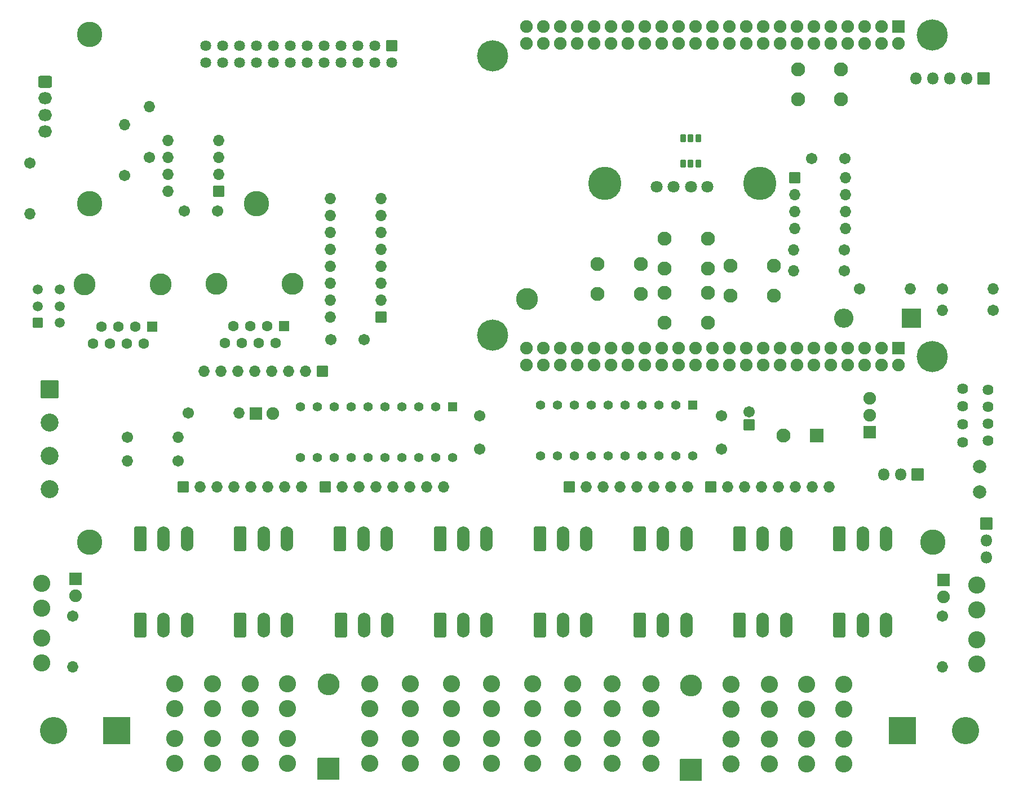
<source format=gbr>
%TF.GenerationSoftware,KiCad,Pcbnew,(6.0.9)*%
%TF.CreationDate,2023-02-03T00:01:35-05:00*%
%TF.ProjectId,BBB_16,4242425f-3136-42e6-9b69-6361645f7063,v2.3*%
%TF.SameCoordinates,Original*%
%TF.FileFunction,Soldermask,Top*%
%TF.FilePolarity,Negative*%
%FSLAX46Y46*%
G04 Gerber Fmt 4.6, Leading zero omitted, Abs format (unit mm)*
G04 Created by KiCad (PCBNEW (6.0.9)) date 2023-02-03 00:01:35*
%MOMM*%
%LPD*%
G01*
G04 APERTURE LIST*
G04 Aperture macros list*
%AMRoundRect*
0 Rectangle with rounded corners*
0 $1 Rounding radius*
0 $2 $3 $4 $5 $6 $7 $8 $9 X,Y pos of 4 corners*
0 Add a 4 corners polygon primitive as box body*
4,1,4,$2,$3,$4,$5,$6,$7,$8,$9,$2,$3,0*
0 Add four circle primitives for the rounded corners*
1,1,$1+$1,$2,$3*
1,1,$1+$1,$4,$5*
1,1,$1+$1,$6,$7*
1,1,$1+$1,$8,$9*
0 Add four rect primitives between the rounded corners*
20,1,$1+$1,$2,$3,$4,$5,0*
20,1,$1+$1,$4,$5,$6,$7,0*
20,1,$1+$1,$6,$7,$8,$9,0*
20,1,$1+$1,$8,$9,$2,$3,0*%
G04 Aperture macros list end*
%ADD10C,2.577000*%
%ADD11RoundRect,0.051000X-0.900000X-0.900000X0.900000X-0.900000X0.900000X0.900000X-0.900000X0.900000X0*%
%ADD12C,1.902000*%
%ADD13C,4.674000*%
%ADD14C,1.702000*%
%ADD15RoundRect,0.301000X-0.650000X-1.550000X0.650000X-1.550000X0.650000X1.550000X-0.650000X1.550000X0*%
%ADD16O,1.902000X3.702000*%
%ADD17RoundRect,0.051000X1.600000X-1.600000X1.600000X1.600000X-1.600000X1.600000X-1.600000X-1.600000X0*%
%ADD18O,3.302000X3.302000*%
%ADD19RoundRect,0.051000X-0.800000X-0.800000X0.800000X-0.800000X0.800000X0.800000X-0.800000X0.800000X0*%
%ADD20O,1.702000X1.702000*%
%ADD21RoundRect,0.051000X-0.850000X0.850000X-0.850000X-0.850000X0.850000X-0.850000X0.850000X0.850000X0*%
%ADD22O,1.802000X1.802000*%
%ADD23C,3.802000*%
%ADD24C,1.802000*%
%ADD25C,5.000000*%
%ADD26RoundRect,0.051000X-0.900000X0.900000X-0.900000X-0.900000X0.900000X-0.900000X0.900000X0.900000X0*%
%ADD27RoundRect,0.051000X1.400000X1.400000X-1.400000X1.400000X-1.400000X-1.400000X1.400000X-1.400000X0*%
%ADD28O,2.902000X2.902000*%
%ADD29C,2.102000*%
%ADD30RoundRect,0.051000X-0.647700X0.647700X-0.647700X-0.647700X0.647700X-0.647700X0.647700X0.647700X0*%
%ADD31C,1.397400*%
%ADD32RoundRect,0.051000X0.800000X0.800000X-0.800000X0.800000X-0.800000X-0.800000X0.800000X-0.800000X0*%
%ADD33C,3.302000*%
%ADD34RoundRect,0.051000X0.750000X0.750000X-0.750000X0.750000X-0.750000X-0.750000X0.750000X-0.750000X0*%
%ADD35C,1.602000*%
%ADD36RoundRect,0.051000X2.000000X2.000000X-2.000000X2.000000X-2.000000X-2.000000X2.000000X-2.000000X0*%
%ADD37C,4.102000*%
%ADD38RoundRect,0.051000X-2.000000X-2.000000X2.000000X-2.000000X2.000000X2.000000X-2.000000X2.000000X0*%
%ADD39RoundRect,0.051000X0.765000X0.765000X-0.765000X0.765000X-0.765000X-0.765000X0.765000X-0.765000X0*%
%ADD40C,1.632000*%
%ADD41RoundRect,0.301000X-0.725000X0.600000X-0.725000X-0.600000X0.725000X-0.600000X0.725000X0.600000X0*%
%ADD42O,2.052000X1.802000*%
%ADD43C,2.006000*%
%ADD44RoundRect,0.051000X-0.850000X-0.850000X0.850000X-0.850000X0.850000X0.850000X-0.850000X0.850000X0*%
%ADD45RoundRect,0.051000X-1.300000X1.300000X-1.300000X-1.300000X1.300000X-1.300000X1.300000X1.300000X0*%
%ADD46C,2.702000*%
%ADD47RoundRect,0.051000X0.700000X-0.700000X0.700000X0.700000X-0.700000X0.700000X-0.700000X-0.700000X0*%
%ADD48C,1.502000*%
%ADD49RoundRect,0.051000X0.800000X-0.800000X0.800000X0.800000X-0.800000X0.800000X-0.800000X-0.800000X0*%
%ADD50RoundRect,0.051000X1.000000X1.000000X-1.000000X1.000000X-1.000000X-1.000000X1.000000X-1.000000X0*%
%ADD51RoundRect,0.051000X0.350000X0.500000X-0.350000X0.500000X-0.350000X-0.500000X0.350000X-0.500000X0*%
%ADD52C,1.626000*%
G04 APERTURE END LIST*
D10*
%TO.C,F16*%
X-6388100Y-20760100D03*
X-6388100Y-17060100D03*
X-6388100Y-12560100D03*
X-6388100Y-8860100D03*
%TD*%
%TO.C,F15*%
X-11976100Y-20760100D03*
X-11976100Y-17060100D03*
X-11976100Y-12560100D03*
X-11976100Y-8860100D03*
%TD*%
%TO.C,F14*%
X-17564100Y-20760100D03*
X-17564100Y-17060100D03*
X-17564100Y-12560100D03*
X-17564100Y-8860100D03*
%TD*%
%TO.C,F13*%
X-23269600Y-20760100D03*
X-23269600Y-17060100D03*
X-23269600Y-12560100D03*
X-23269600Y-8860100D03*
%TD*%
%TO.C,F12*%
X-35356100Y-20695100D03*
X-35356100Y-16995100D03*
X-35356100Y-12495100D03*
X-35356100Y-8795100D03*
%TD*%
%TO.C,F11*%
X-41174600Y-20695100D03*
X-41174600Y-16995100D03*
X-41174600Y-12495100D03*
X-41174600Y-8795100D03*
%TD*%
%TO.C,F10*%
X-47054600Y-20695100D03*
X-47054600Y-16995100D03*
X-47054600Y-12495100D03*
X-47054600Y-8795100D03*
%TD*%
%TO.C,F9*%
X-53114600Y-20695100D03*
X-53114600Y-16995100D03*
X-53114600Y-12495100D03*
X-53114600Y-8795100D03*
%TD*%
%TO.C,F8*%
X-59324100Y-20695100D03*
X-59324100Y-16995100D03*
X-59324100Y-12495100D03*
X-59324100Y-8795100D03*
%TD*%
%TO.C,F7*%
X-65324600Y-20695100D03*
X-65324600Y-16995100D03*
X-65324600Y-12495100D03*
X-65324600Y-8795100D03*
%TD*%
%TO.C,F6*%
X-71444600Y-20695100D03*
X-71444600Y-16995100D03*
X-71444600Y-12495100D03*
X-71444600Y-8795100D03*
%TD*%
%TO.C,F5*%
X-77604600Y-20695100D03*
X-77604600Y-16995100D03*
X-77604600Y-12495100D03*
X-77604600Y-8795100D03*
%TD*%
%TO.C,F4*%
X-89949600Y-20700100D03*
X-89949600Y-17000100D03*
X-89949600Y-12500100D03*
X-89949600Y-8800100D03*
%TD*%
%TO.C,F3*%
X-95549600Y-20700100D03*
X-95549600Y-17000100D03*
X-95549600Y-12500100D03*
X-95549600Y-8800100D03*
%TD*%
%TO.C,F2*%
X-101149600Y-20700100D03*
X-101149600Y-17000100D03*
X-101149600Y-12500100D03*
X-101149600Y-8800100D03*
%TD*%
%TO.C,F1*%
X-106894600Y-20685100D03*
X-106894600Y-16985100D03*
X-106894600Y-12485100D03*
X-106894600Y-8785100D03*
%TD*%
%TO.C,F18*%
X-126834600Y-5635100D03*
X-126834600Y-1935100D03*
X-126834600Y2564900D03*
X-126834600Y6264900D03*
%TD*%
%TO.C,F17*%
X13649800Y-5846300D03*
X13649800Y-2146300D03*
X13649800Y2353700D03*
X13649800Y6053700D03*
%TD*%
D11*
%TO.C,U1*%
X1844800Y41643700D03*
D12*
X1844800Y39103700D03*
X-695200Y41643700D03*
X-695200Y39103700D03*
X-3235200Y41643700D03*
X-3235200Y39103700D03*
X-5775200Y41643700D03*
X-5775200Y39103700D03*
X-8315200Y41643700D03*
X-8315200Y39103700D03*
X-10855200Y41643700D03*
X-10855200Y39103700D03*
X-13395200Y41643700D03*
X-13395200Y39103700D03*
X-15935200Y41643700D03*
X-15935200Y39103700D03*
X-18475200Y41643700D03*
X-18475200Y39103700D03*
X-21015200Y41643700D03*
X-21015200Y39103700D03*
X-23555200Y41643700D03*
X-23555200Y39103700D03*
X-26095200Y41643700D03*
X-26095200Y39103700D03*
X-28635200Y41643700D03*
X-28635200Y39103700D03*
X-31175200Y41643700D03*
X-31175200Y39103700D03*
X-33715200Y41643700D03*
X-33715200Y39103700D03*
X-36255200Y41643700D03*
X-36255200Y39103700D03*
X-38795200Y41643700D03*
X-38795200Y39103700D03*
X-41335200Y41643700D03*
X-41335200Y39103700D03*
X-43875200Y41643700D03*
X-43875200Y39103700D03*
X-46415200Y41643700D03*
X-46415200Y39103700D03*
X-48955200Y41643700D03*
X-48955200Y39103700D03*
X-51495200Y41643700D03*
X-51495200Y39103700D03*
X-54035200Y41643700D03*
X-54035200Y39103700D03*
D11*
X1844800Y89903700D03*
D12*
X1844800Y87363700D03*
X-695200Y89903700D03*
X-695200Y87363700D03*
X-3235200Y89903700D03*
X-3235200Y87363700D03*
X-5775200Y89903700D03*
X-5775200Y87363700D03*
X-8315200Y89903700D03*
X-8315200Y87363700D03*
X-10855200Y89903700D03*
X-10855200Y87363700D03*
X-13395200Y89903700D03*
X-13395200Y87363700D03*
X-15935200Y89903700D03*
X-15935200Y87363700D03*
X-18475200Y89903700D03*
X-18475200Y87363700D03*
X-21015200Y89903700D03*
X-21015200Y87363700D03*
X-23555200Y89903700D03*
X-23555200Y87363700D03*
X-26095200Y89903700D03*
X-26095200Y87363700D03*
X-28635200Y89903700D03*
X-28635200Y87363700D03*
X-31175200Y89903700D03*
X-31175200Y87363700D03*
X-33715200Y89903700D03*
X-33715200Y87363700D03*
X-36255200Y89903700D03*
X-36255200Y87363700D03*
X-38795200Y89903700D03*
X-38795200Y87363700D03*
X-41335200Y89903700D03*
X-41335200Y87363700D03*
X-43875200Y89903700D03*
X-43875200Y87363700D03*
X-46415200Y89903700D03*
X-46415200Y87363700D03*
X-48955200Y89903700D03*
X-48955200Y87363700D03*
X-51495200Y89903700D03*
X-51495200Y87363700D03*
X-54035200Y89903700D03*
X-54035200Y87363700D03*
D13*
X-59115200Y85458700D03*
X6924800Y88633700D03*
X6924800Y40373700D03*
X-59115200Y43548700D03*
%TD*%
D14*
%TO.C,C4*%
X-61076200Y26479700D03*
X-61076200Y31479700D03*
%TD*%
D15*
%TO.C,J2*%
X-112017200Y3500D03*
D16*
X-108517200Y3500D03*
X-105017200Y3500D03*
%TD*%
D15*
%TO.C,J5*%
X-82017200Y13003500D03*
D16*
X-78517200Y13003500D03*
X-75017200Y13003500D03*
%TD*%
D15*
%TO.C,J6*%
X-81902858Y3500D03*
D16*
X-78402858Y3500D03*
X-74902858Y3500D03*
%TD*%
D15*
%TO.C,J7*%
X-67017200Y13003500D03*
D16*
X-63517200Y13003500D03*
X-60017200Y13003500D03*
%TD*%
D15*
%TO.C,J8*%
X-67017200Y3500D03*
D16*
X-63517200Y3500D03*
X-60017200Y3500D03*
%TD*%
D15*
%TO.C,J9*%
X-52017200Y13003500D03*
D16*
X-48517200Y13003500D03*
X-45017200Y13003500D03*
%TD*%
D15*
%TO.C,J10*%
X-52017200Y3500D03*
D16*
X-48517200Y3500D03*
X-45017200Y3500D03*
%TD*%
D15*
%TO.C,J11*%
X-37017200Y13003500D03*
D16*
X-33517200Y13003500D03*
X-30017200Y13003500D03*
%TD*%
D15*
%TO.C,J12*%
X-37017200Y3500D03*
D16*
X-33517200Y3500D03*
X-30017200Y3500D03*
%TD*%
D15*
%TO.C,J13*%
X-22017200Y13003500D03*
D16*
X-18517200Y13003500D03*
X-15017200Y13003500D03*
%TD*%
D15*
%TO.C,J14*%
X-22017200Y3500D03*
D16*
X-18517200Y3500D03*
X-15017200Y3500D03*
%TD*%
D15*
%TO.C,J15*%
X-7017200Y13003500D03*
D16*
X-3517200Y13003500D03*
X-17200Y13003500D03*
%TD*%
D15*
%TO.C,J16*%
X-7017200Y3500D03*
D16*
X-3517200Y3500D03*
X-17200Y3500D03*
%TD*%
D17*
%TO.C,D2*%
X-29269600Y-21701500D03*
D18*
X-29269600Y-9001500D03*
%TD*%
D14*
%TO.C,C3*%
X-24754200Y26479700D03*
X-24754200Y31479700D03*
%TD*%
D19*
%TO.C,RN1*%
X-105555700Y20789900D03*
D20*
X-103015700Y20789900D03*
X-100475700Y20789900D03*
X-97935700Y20789900D03*
X-95395700Y20789900D03*
X-92855700Y20789900D03*
X-90315700Y20789900D03*
X-87775700Y20789900D03*
%TD*%
D19*
%TO.C,RN3*%
X-47631000Y20789900D03*
D20*
X-45091000Y20789900D03*
X-42551000Y20789900D03*
X-40011000Y20789900D03*
X-37471000Y20789900D03*
X-34931000Y20789900D03*
X-32391000Y20789900D03*
X-29851000Y20789900D03*
%TD*%
D19*
%TO.C,RN4*%
X-26304600Y20789900D03*
D20*
X-23764600Y20789900D03*
X-21224600Y20789900D03*
X-18684600Y20789900D03*
X-16144600Y20789900D03*
X-13604600Y20789900D03*
X-11064600Y20789900D03*
X-8524600Y20789900D03*
%TD*%
D19*
%TO.C,RN2*%
X-84264500Y20789900D03*
D20*
X-81724500Y20789900D03*
X-79184500Y20789900D03*
X-76644500Y20789900D03*
X-74104500Y20789900D03*
X-71564500Y20789900D03*
X-69024500Y20789900D03*
X-66484500Y20789900D03*
%TD*%
D15*
%TO.C,J1*%
X-112017200Y13003500D03*
D16*
X-108517200Y13003500D03*
X-105017200Y13003500D03*
%TD*%
D15*
%TO.C,J3*%
X-97017200Y13003500D03*
D16*
X-93517200Y13003500D03*
X-90017200Y13003500D03*
%TD*%
D15*
%TO.C,J4*%
X-97017200Y3500D03*
D16*
X-93517200Y3500D03*
X-90017200Y3500D03*
%TD*%
D17*
%TO.C,D1*%
X-83784600Y-21565100D03*
D18*
X-83784600Y-8865100D03*
%TD*%
D14*
%TO.C,R1*%
X-114400200Y67503700D03*
D20*
X-114400200Y75123700D03*
%TD*%
D14*
%TO.C,R2*%
X-110700200Y70203700D03*
D20*
X-110700200Y77823700D03*
%TD*%
D21*
%TO.C,J25*%
X14649800Y82103700D03*
D22*
X12109800Y82103700D03*
X9569800Y82103700D03*
X7029800Y82103700D03*
X4489800Y82103700D03*
%TD*%
D23*
%TO.C,REF\u002A\u002A*%
X-119689600Y63284900D03*
%TD*%
%TO.C,REF\u002A\u002A*%
X-94589600Y63284900D03*
%TD*%
D24*
%TO.C,J26*%
X-26850200Y65803700D03*
X-29350200Y65803700D03*
X-31950200Y65803700D03*
X-34450200Y65803700D03*
D25*
X-42300200Y66303700D03*
X-19000200Y66303700D03*
%TD*%
D26*
%TO.C,D5*%
X-121747000Y6999500D03*
D12*
X-121747000Y4459500D03*
%TD*%
D26*
%TO.C,D6*%
X8605000Y6772500D03*
D12*
X8605000Y4232500D03*
%TD*%
D23*
%TO.C,REF\u002A\u002A*%
X-119689600Y12484900D03*
%TD*%
D14*
%TO.C,R4*%
X-122178800Y1411500D03*
D20*
X-122178800Y-6208500D03*
%TD*%
D14*
%TO.C,R5*%
X8427200Y1387700D03*
D20*
X8427200Y-6232300D03*
%TD*%
D11*
%TO.C,D4*%
X-94700300Y31807600D03*
D12*
X-92160300Y31807600D03*
%TD*%
D14*
%TO.C,R7*%
X-6273460Y53243000D03*
D20*
X-13893460Y53243000D03*
%TD*%
D14*
%TO.C,C5*%
X-100450200Y62153700D03*
X-105450200Y62153700D03*
%TD*%
D27*
%TO.C,D3*%
X3829800Y46103700D03*
D28*
X-6330200Y46103700D03*
%TD*%
D29*
%TO.C,SW5*%
X-6750200Y83403700D03*
X-13250200Y83403700D03*
X-6750200Y78903700D03*
X-13250200Y78903700D03*
%TD*%
D30*
%TO.C,U4*%
X-29072200Y33083700D03*
D31*
X-31612200Y33083700D03*
X-34152200Y33083700D03*
X-36692200Y33083700D03*
X-39232200Y33083700D03*
X-41772200Y33083700D03*
X-44312200Y33083700D03*
X-46852200Y33083700D03*
X-49392200Y33083700D03*
X-51932200Y33083700D03*
X-51932200Y25463700D03*
X-49392200Y25463700D03*
X-46852200Y25463700D03*
X-44312200Y25463700D03*
X-41772200Y25463700D03*
X-39232200Y25463700D03*
X-36692200Y25463700D03*
X-34152200Y25463700D03*
X-31612200Y25463700D03*
X-29072200Y25463700D03*
%TD*%
D14*
%TO.C,C6*%
X-6191920Y70034500D03*
X-11191920Y70034500D03*
%TD*%
%TO.C,R6*%
X-6273460Y56343000D03*
D20*
X-13893460Y56343000D03*
%TD*%
D19*
%TO.C,U6*%
X-13773460Y67143000D03*
D20*
X-13773460Y64603000D03*
X-13773460Y62063000D03*
X-13773460Y59523000D03*
X-6153460Y59523000D03*
X-6153460Y62063000D03*
X-6153460Y64603000D03*
X-6153460Y67143000D03*
%TD*%
D30*
%TO.C,U3*%
X-65140200Y32829700D03*
D31*
X-67680200Y32829700D03*
X-70220200Y32829700D03*
X-72760200Y32829700D03*
X-75300200Y32829700D03*
X-77840200Y32829700D03*
X-80380200Y32829700D03*
X-82920200Y32829700D03*
X-85460200Y32829700D03*
X-88000200Y32829700D03*
X-88000200Y25209700D03*
X-85460200Y25209700D03*
X-82920200Y25209700D03*
X-80380200Y25209700D03*
X-77840200Y25209700D03*
X-75300200Y25209700D03*
X-72760200Y25209700D03*
X-70220200Y25209700D03*
X-67680200Y25209700D03*
X-65140200Y25209700D03*
%TD*%
D32*
%TO.C,U5*%
X-100300200Y65153700D03*
D20*
X-100300200Y67693700D03*
X-100300200Y70233700D03*
X-100300200Y72773700D03*
X-107920200Y72773700D03*
X-107920200Y70233700D03*
X-107920200Y67693700D03*
X-107920200Y65153700D03*
%TD*%
D29*
%TO.C,SW3*%
X-33250200Y49903700D03*
X-26750200Y49903700D03*
X-26750200Y45403700D03*
X-33250200Y45403700D03*
%TD*%
D33*
%TO.C,J20*%
X-108980200Y51153700D03*
X-120410200Y51153700D03*
D34*
X-110250200Y44803700D03*
D35*
X-111520200Y42263700D03*
X-112790200Y44803700D03*
X-114060200Y42263700D03*
X-115330200Y44803700D03*
X-116600200Y42263700D03*
X-117870200Y44803700D03*
X-119140200Y42263700D03*
%TD*%
D14*
%TO.C,C7*%
X-83450200Y42903700D03*
X-78450200Y42903700D03*
%TD*%
D36*
%TO.C,J17*%
X-115550200Y-15796300D03*
D37*
X-125050200Y-15796300D03*
%TD*%
D38*
%TO.C,J18*%
X2449800Y-15796300D03*
D37*
X11949800Y-15796300D03*
%TD*%
D33*
%TO.C,J21*%
X-89180200Y51253700D03*
X-100610200Y51253700D03*
D34*
X-90450200Y44903700D03*
D35*
X-91720200Y42363700D03*
X-92990200Y44903700D03*
X-94260200Y42363700D03*
X-95530200Y44903700D03*
X-96800200Y42363700D03*
X-98070200Y44903700D03*
X-99340200Y42363700D03*
%TD*%
D32*
%TO.C,RN5*%
X-84650200Y38103700D03*
D20*
X-87190200Y38103700D03*
X-89730200Y38103700D03*
X-92270200Y38103700D03*
X-94810200Y38103700D03*
X-97350200Y38103700D03*
X-99890200Y38103700D03*
X-102430200Y38103700D03*
%TD*%
D32*
%TO.C,U7*%
X-75850200Y46303700D03*
D20*
X-75850200Y48843700D03*
X-75850200Y51383700D03*
X-75850200Y53923700D03*
X-75850200Y56463700D03*
X-75850200Y59003700D03*
X-75850200Y61543700D03*
X-75850200Y64083700D03*
X-83470200Y64083700D03*
X-83470200Y61543700D03*
X-83470200Y59003700D03*
X-83470200Y56463700D03*
X-83470200Y53923700D03*
X-83470200Y51383700D03*
X-83470200Y48843700D03*
X-83470200Y46303700D03*
%TD*%
D39*
%TO.C,J24*%
X-74280200Y86973700D03*
D40*
X-74280200Y84433700D03*
X-76820200Y86973700D03*
X-76820200Y84433700D03*
X-79360200Y86973700D03*
X-79360200Y84433700D03*
X-81900200Y86973700D03*
X-81900200Y84433700D03*
X-84440200Y86973700D03*
X-84440200Y84433700D03*
X-86980200Y86973700D03*
X-86980200Y84433700D03*
X-89520200Y86973700D03*
X-89520200Y84433700D03*
X-92060200Y86973700D03*
X-92060200Y84433700D03*
X-94600200Y86973700D03*
X-94600200Y84433700D03*
X-97140200Y86973700D03*
X-97140200Y84433700D03*
X-99680200Y86973700D03*
X-99680200Y84433700D03*
X-102220200Y86973700D03*
X-102220200Y84433700D03*
%TD*%
D29*
%TO.C,SW2*%
X-26750200Y58003700D03*
X-33250200Y58003700D03*
X-33250200Y53503700D03*
X-26750200Y53503700D03*
%TD*%
%TO.C,SW1*%
X-36850200Y54203700D03*
X-43350200Y54203700D03*
X-36850200Y49703700D03*
X-43350200Y49703700D03*
%TD*%
%TO.C,SW4*%
X-23350200Y54003700D03*
X-16850200Y54003700D03*
X-23350200Y49503700D03*
X-16850200Y49503700D03*
%TD*%
D23*
%TO.C,REF\u002A\u002A*%
X7010400Y12484900D03*
%TD*%
D21*
%TO.C,J23*%
X4749800Y22603700D03*
D22*
X2209800Y22603700D03*
X-330200Y22603700D03*
%TD*%
D41*
%TO.C,J19*%
X-126350200Y81603700D03*
D42*
X-126350200Y79103700D03*
X-126350200Y76603700D03*
X-126350200Y74103700D03*
%TD*%
D43*
%TO.C,J27*%
X14000259Y19998140D03*
X14000259Y23808140D03*
%TD*%
D44*
%TO.C,J28*%
X15049800Y15303700D03*
D22*
X15049800Y12763700D03*
X15049800Y10223700D03*
%TD*%
D33*
%TO.C,S2*%
X-53950200Y49003700D03*
%TD*%
D45*
%TO.C,J22*%
X-125650200Y35403700D03*
D46*
X-125650200Y30403700D03*
X-125650200Y25403700D03*
X-125650200Y20403700D03*
%TD*%
D14*
%TO.C,R9*%
X-106350200Y24703700D03*
D20*
X-113970200Y24703700D03*
%TD*%
D14*
%TO.C,R10*%
X-113950200Y28203700D03*
D20*
X-106330200Y28203700D03*
%TD*%
D47*
%TO.C,SW6*%
X-127450200Y45403700D03*
D48*
X-127450200Y47903700D03*
X-127450200Y50403700D03*
X-124150200Y45403700D03*
X-124150200Y47903700D03*
X-124150200Y50403700D03*
%TD*%
D14*
%TO.C,R3*%
X-104850200Y31903700D03*
D20*
X-97230200Y31903700D03*
%TD*%
D49*
%TO.C,C2*%
X-20600200Y30053700D03*
D14*
X-20600200Y32053700D03*
%TD*%
D50*
%TO.C,C1*%
X-10450200Y28503700D03*
D29*
X-15450200Y28503700D03*
%TD*%
D14*
%TO.C,R8*%
X-128600200Y69353700D03*
D20*
X-128600200Y61733700D03*
%TD*%
D14*
%TO.C,R11*%
X-3960200Y50503700D03*
D20*
X3659800Y50503700D03*
%TD*%
D14*
%TO.C,R12*%
X16049800Y47303700D03*
D20*
X8429800Y47303700D03*
%TD*%
D14*
%TO.C,R13*%
X8449800Y50503700D03*
D20*
X16069800Y50503700D03*
%TD*%
D23*
%TO.C,REF\u002A\u002A*%
X-119689600Y88684900D03*
%TD*%
D51*
%TO.C,JP2*%
X-28240200Y73123700D03*
X-29383200Y73123700D03*
X-30526200Y73123700D03*
%TD*%
D26*
%TO.C,U2*%
X-2449700Y28963700D03*
D12*
X-2449700Y31503700D03*
X-2449700Y34043700D03*
D52*
X15330300Y35313700D03*
X15330300Y32773700D03*
X15330300Y30233700D03*
X15330300Y27693700D03*
X11520300Y35545640D03*
X11520300Y32850700D03*
X11520300Y30156700D03*
X11520300Y27461760D03*
%TD*%
D51*
%TO.C,JP1*%
X-30526200Y69313700D03*
X-29383200Y69313700D03*
X-28240200Y69313700D03*
%TD*%
M02*

</source>
